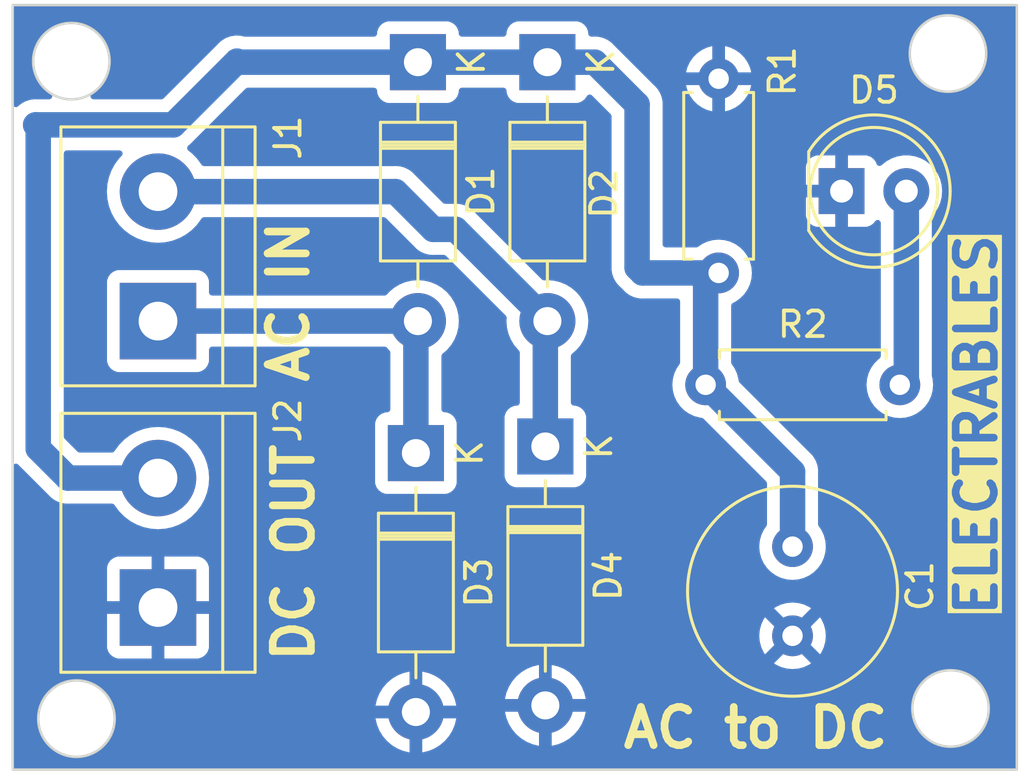
<source format=kicad_pcb>
(kicad_pcb (version 20221018) (generator pcbnew)
  (layers (0 "F.Cu" signal) (31 "B.Cu" signal) (34 "B.Paste" user) (35 "F.Paste" user) (36 "B.SilkS" user "B.Silkscreen") (37 "F.SilkS" user "F.Silkscreen") (38 "B.Mask" user) (39 "F.Mask" user) (44 "Edge.Cuts" user))
  (net 0 "")
  (net 1 "/+VE")
  (net 2 "GND")
  (net 3 "Net-(D1-A)")
  (net 4 "Net-(D2-A)")
  (net 5 "Net-(D5-A)")
  (footprint "Capacitor_THT:C_Radial_D8.0mm_H11.5mm_P3.50mm" (layer "F.Cu") (at 129 97.75 -90)
    (fp_text reference "C1" (at 1.55 -5 90) (layer "F.SilkS"))
    (fp_text value "1000uF")
    (fp_circle (center 1.75 0) (end 5.87 0) (stroke (width 0.12)) (fill none) (layer "F.SilkS"))
    (pad "1" thru_hole circle (at 0 0 270) (size 1.6 1.6) (drill 0.8) (layers "*.Cu" "*.Mask") (net 1 "/+VE"))
    (pad "2" thru_hole circle (at 3.5 0 270) (size 1.6 1.6) (drill 0.8) (layers "*.Cu" "*.Mask") (net 2 "GND"))
  )
  (footprint "Diode_THT:D_DO-41_SOD81_P10.16mm_Horizontal" (layer "F.Cu") (at 114.22 94.08 -90)
    (fp_text reference "D3" (at 5.08 -2.47 90) (layer "F.SilkS"))
    (fp_text value "1N4007")
    (fp_text user "K" (at 0 -2.1 90) (layer "F.SilkS"))
    (fp_line (start 1.34 0) (end 2.36 0) (stroke (width 0.12)) (layer "F.SilkS"))
    (fp_line (start 2.36 -1.47) (end 2.36 1.47) (stroke (width 0.12)) (layer "F.SilkS"))
    (fp_line (start 2.36 1.47) (end 7.8 1.47) (stroke (width 0.12)) (layer "F.SilkS"))
    (fp_line (start 3.14 -1.47) (end 3.14 1.47) (stroke (width 0.12)) (layer "F.SilkS"))
    (fp_line (start 3.26 -1.47) (end 3.26 1.47) (stroke (width 0.12)) (layer "F.SilkS"))
    (fp_line (start 3.38 -1.47) (end 3.38 1.47) (stroke (width 0.12)) (layer "F.SilkS"))
    (fp_line (start 7.8 -1.47) (end 2.36 -1.47) (stroke (width 0.12)) (layer "F.SilkS"))
    (fp_line (start 7.8 1.47) (end 7.8 -1.47) (stroke (width 0.12)) (layer "F.SilkS"))
    (fp_line (start 8.82 0) (end 7.8 0) (stroke (width 0.12)) (layer "F.SilkS"))
    (pad "1" thru_hole rect (at 0 0 270) (size 2.2 2.2) (drill 1.1) (layers "*.Cu" "*.Mask") (net 3 "Net-(D1-A)"))
    (pad "2" thru_hole oval (at 10.16 0 270) (size 2.2 2.2) (drill 1.1) (layers "*.Cu" "*.Mask") (net 2 "GND"))
  )
  (footprint "Resistor_THT:R_Axial_DIN0207_L6.3mm_D2.5mm_P7.62mm_Horizontal" (layer "F.Cu") (at 125.59 91.4)
    (fp_text reference "R2" (at 3.81 -2.37) (layer "F.SilkS"))
    (fp_text value "2.2k")
    (fp_line (start 0.54 -1.37) (end 7.08 -1.37) (stroke (width 0.12)) (layer "F.SilkS"))
    (fp_line (start 0.54 -1.04) (end 0.54 -1.37) (stroke (width 0.12)) (layer "F.SilkS"))
    (fp_line (start 0.54 1.04) (end 0.54 1.37) (stroke (width 0.12)) (layer "F.SilkS"))
    (fp_line (start 0.54 1.37) (end 7.08 1.37) (stroke (width 0.12)) (layer "F.SilkS"))
    (fp_line (start 7.08 -1.37) (end 7.08 -1.04) (stroke (width 0.12)) (layer "F.SilkS"))
    (fp_line (start 7.08 1.37) (end 7.08 1.04) (stroke (width 0.12)) (layer "F.SilkS"))
    (pad "1" thru_hole circle (at 0 0) (size 1.6 1.6) (drill 0.8) (layers "*.Cu" "*.Mask") (net 1 "/+VE"))
    (pad "2" thru_hole oval (at 7.62 0) (size 1.6 1.6) (drill 0.8) (layers "*.Cu" "*.Mask") (net 5 "Net-(D5-A)"))
  )
  (footprint "Diode_THT:D_DO-41_SOD81_P10.16mm_Horizontal" (layer "F.Cu") (at 119.3 93.82 -90)
    (fp_text reference "D4" (at 5.08 -2.47 90) (layer "F.SilkS"))
    (fp_text value "1N4007")
    (fp_text user "K" (at 0 -2.1 90) (layer "F.SilkS"))
    (fp_line (start 1.34 0) (end 2.36 0) (stroke (width 0.12)) (layer "F.SilkS"))
    (fp_line (start 2.36 -1.47) (end 2.36 1.47) (stroke (width 0.12)) (layer "F.SilkS"))
    (fp_line (start 2.36 1.47) (end 7.8 1.47) (stroke (width 0.12)) (layer "F.SilkS"))
    (fp_line (start 3.14 -1.47) (end 3.14 1.47) (stroke (width 0.12)) (layer "F.SilkS"))
    (fp_line (start 3.26 -1.47) (end 3.26 1.47) (stroke (width 0.12)) (layer "F.SilkS"))
    (fp_line (start 3.38 -1.47) (end 3.38 1.47) (stroke (width 0.12)) (layer "F.SilkS"))
    (fp_line (start 7.8 -1.47) (end 2.36 -1.47) (stroke (width 0.12)) (layer "F.SilkS"))
    (fp_line (start 7.8 1.47) (end 7.8 -1.47) (stroke (width 0.12)) (layer "F.SilkS"))
    (fp_line (start 8.82 0) (end 7.8 0) (stroke (width 0.12)) (layer "F.SilkS"))
    (pad "1" thru_hole rect (at 0 0 270) (size 2.2 2.2) (drill 1.1) (layers "*.Cu" "*.Mask") (net 4 "Net-(D2-A)"))
    (pad "2" thru_hole oval (at 10.16 0 270) (size 2.2 2.2) (drill 1.1) (layers "*.Cu" "*.Mask") (net 2 "GND"))
  )
  (footprint "LED_THT:LED_D5.0mm_Clear" (layer "F.Cu") (at 130.925 83.8)
    (fp_text reference "D5" (at 1.27 -3.96) (layer "F.SilkS"))
    (fp_text value "LED")
    (fp_line (start -1.29 -1.545) (end -1.29 1.545) (stroke (width 0.12)) (layer "F.SilkS"))
    (fp_arc (start -1.29 -1.54483) (mid 2.072002 -2.880433) (end 4.26 0.000462) (stroke (width 0.12)) (layer "F.SilkS"))
    (fp_arc (start 4.26 -0.000462) (mid 2.072002 2.880433) (end -1.29 1.54483) (stroke (width 0.12)) (layer "F.SilkS"))
    (fp_circle (center 1.27 0) (end 3.77 0) (stroke (width 0.12)) (fill none) (layer "F.SilkS"))
    (pad "1" thru_hole rect (at 0 0) (size 1.8 1.8) (drill 0.9) (layers "*.Cu" "*.Mask") (net 2 "GND"))
    (pad "2" thru_hole circle (at 2.54 0) (size 1.8 1.8) (drill 0.9) (layers "*.Cu" "*.Mask") (net 5 "Net-(D5-A)"))
  )
  (footprint "TerminalBlock:TerminalBlock_bornier-2_P5.08mm" (layer "F.Cu") (at 104.1 88.9 90)
    (fp_text reference "J1" (at 7.2 5.1 90) (layer "F.SilkS"))
    (fp_text value "Screw_Terminal_01x02")
    (fp_line (start -2.54 -3.81) (end -2.54 3.81) (stroke (width 0.12)) (layer "F.SilkS"))
    (fp_line (start -2.54 3.81) (end 7.62 3.81) (stroke (width 0.12)) (layer "F.SilkS"))
    (fp_line (start 7.62 -3.81) (end -2.54 -3.81) (stroke (width 0.12)) (layer "F.SilkS"))
    (fp_line (start 7.62 2.54) (end -2.54 2.54) (stroke (width 0.12)) (layer "F.SilkS"))
    (fp_line (start 7.62 3.81) (end 7.62 -3.81) (stroke (width 0.12)) (layer "F.SilkS"))
    (pad "1" thru_hole rect (at 0 0 90) (size 3 3) (drill 1.52) (layers "*.Cu" "*.Mask") (net 3 "Net-(D1-A)"))
    (pad "2" thru_hole circle (at 5.08 0 90) (size 3 3) (drill 1.52) (layers "*.Cu" "*.Mask") (net 4 "Net-(D2-A)"))
  )
  (footprint "Resistor_THT:R_Axial_DIN0207_L6.3mm_D2.5mm_P7.62mm_Horizontal" (layer "F.Cu") (at 126.1 87.01 90)
    (fp_text reference "R1" (at 7.91 2.5 90) (layer "F.SilkS"))
    (fp_text value "10k")
    (fp_line (start 0.54 -1.37) (end 7.08 -1.37) (stroke (width 0.12)) (layer "F.SilkS"))
    (fp_line (start 0.54 -1.04) (end 0.54 -1.37) (stroke (width 0.12)) (layer "F.SilkS"))
    (fp_line (start 0.54 1.04) (end 0.54 1.37) (stroke (width 0.12)) (layer "F.SilkS"))
    (fp_line (start 0.54 1.37) (end 7.08 1.37) (stroke (width 0.12)) (layer "F.SilkS"))
    (fp_line (start 7.08 -1.37) (end 7.08 -1.04) (stroke (width 0.12)) (layer "F.SilkS"))
    (fp_line (start 7.08 1.37) (end 7.08 1.04) (stroke (width 0.12)) (layer "F.SilkS"))
    (pad "1" thru_hole circle (at 0 0 90) (size 1.6 1.6) (drill 0.8) (layers "*.Cu" "*.Mask") (net 1 "/+VE"))
    (pad "2" thru_hole oval (at 7.62 0 90) (size 1.6 1.6) (drill 0.8) (layers "*.Cu" "*.Mask") (net 2 "GND"))
  )
  (footprint "Diode_THT:D_DO-41_SOD81_P10.16mm_Horizontal" (layer "F.Cu") (at 119.38 78.74 -90)
    (fp_text reference "D2" (at 5.16 -2.22 90) (layer "F.SilkS"))
    (fp_text value "1N4007")
    (fp_text user "K" (at 0 -2.1 90) (layer "F.SilkS"))
    (fp_line (start 1.34 0) (end 2.36 0) (stroke (width 0.12)) (layer "F.SilkS"))
    (fp_line (start 2.36 -1.47) (end 2.36 1.47) (stroke (width 0.12)) (layer "F.SilkS"))
    (fp_line (start 2.36 1.47) (end 7.8 1.47) (stroke (width 0.12)) (layer "F.SilkS"))
    (fp_line (start 3.14 -1.47) (end 3.14 1.47) (stroke (width 0.12)) (layer "F.SilkS"))
    (fp_line (start 3.26 -1.47) (end 3.26 1.47) (stroke (width 0.12)) (layer "F.SilkS"))
    (fp_line (start 3.38 -1.47) (end 3.38 1.47) (stroke (width 0.12)) (layer "F.SilkS"))
    (fp_line (start 7.8 -1.47) (end 2.36 -1.47) (stroke (width 0.12)) (layer "F.SilkS"))
    (fp_line (start 7.8 1.47) (end 7.8 -1.47) (stroke (width 0.12)) (layer "F.SilkS"))
    (fp_line (start 8.82 0) (end 7.8 0) (stroke (width 0.12)) (layer "F.SilkS"))
    (pad "1" thru_hole rect (at 0 0 270) (size 2.2 2.2) (drill 1.1) (layers "*.Cu" "*.Mask") (net 1 "/+VE"))
    (pad "2" thru_hole oval (at 10.16 0 270) (size 2.2 2.2) (drill 1.1) (layers "*.Cu" "*.Mask") (net 4 "Net-(D2-A)"))
  )
  (footprint "Diode_THT:D_DO-41_SOD81_P10.16mm_Horizontal" (layer "F.Cu") (at 114.3 78.74 -90)
    (fp_text reference "D1" (at 5.08 -2.47 90) (layer "F.SilkS"))
    (fp_text value "1N4007")
    (fp_text user "K" (at 0 -2.1 90) (layer "F.SilkS"))
    (fp_line (start 1.34 0) (end 2.36 0) (stroke (width 0.12)) (layer "F.SilkS"))
    (fp_line (start 2.36 -1.47) (end 2.36 1.47) (stroke (width 0.12)) (layer "F.SilkS"))
    (fp_line (start 2.36 1.47) (end 7.8 1.47) (stroke (width 0.12)) (layer "F.SilkS"))
    (fp_line (start 3.14 -1.47) (end 3.14 1.47) (stroke (width 0.12)) (layer "F.SilkS"))
    (fp_line (start 3.26 -1.47) (end 3.26 1.47) (stroke (width 0.12)) (layer "F.SilkS"))
    (fp_line (start 3.38 -1.47) (end 3.38 1.47) (stroke (width 0.12)) (layer "F.SilkS"))
    (fp_line (start 7.8 -1.47) (end 2.36 -1.47) (stroke (width 0.12)) (layer "F.SilkS"))
    (fp_line (start 7.8 1.47) (end 7.8 -1.47) (stroke (width 0.12)) (layer "F.SilkS"))
    (fp_line (start 8.82 0) (end 7.8 0) (stroke (width 0.12)) (layer "F.SilkS"))
    (pad "1" thru_hole rect (at 0 0 270) (size 2.2 2.2) (drill 1.1) (layers "*.Cu" "*.Mask") (net 1 "/+VE"))
    (pad "2" thru_hole oval (at 10.16 0 270) (size 2.2 2.2) (drill 1.1) (layers "*.Cu" "*.Mask") (net 3 "Net-(D1-A)"))
  )
  (footprint "TerminalBlock:TerminalBlock_bornier-2_P5.08mm" (layer "F.Cu") (at 104.1 100.14 90)
    (fp_text reference "J2" (at 7.34 5.1 90) (layer "F.SilkS"))
    (fp_text value "Screw_Terminal_01x02")
    (fp_line (start -2.54 -3.81) (end -2.54 3.81) (stroke (width 0.12)) (layer "F.SilkS"))
    (fp_line (start -2.54 3.81) (end 7.62 3.81) (stroke (width 0.12)) (layer "F.SilkS"))
    (fp_line (start 7.62 -3.81) (end -2.54 -3.81) (stroke (width 0.12)) (layer "F.SilkS"))
    (fp_line (start 7.62 2.54) (end -2.54 2.54) (stroke (width 0.12)) (layer "F.SilkS"))
    (fp_line (start 7.62 3.81) (end 7.62 -3.81) (stroke (width 0.12)) (layer "F.SilkS"))
    (pad "1" thru_hole rect (at 0 0 90) (size 3 3) (drill 1.52) (layers "*.Cu" "*.Mask") (net 2 "GND"))
    (pad "2" thru_hole circle (at 5.08 0 90) (size 3 3) (drill 1.52) (layers "*.Cu" "*.Mask") (net 1 "/+VE"))
  )
  (gr_rect (start 98.4 76.5) (end 137.8 106.5) (stroke (width 0.1)) (fill none) (layer "Edge.Cuts"))
  (gr_circle (center 100.7 78.7) (end 99.8 79.9) (stroke (width 0.1)) (fill none) (layer "Edge.Cuts"))
  (gr_circle (center 100.9 104.5) (end 100 105.7) (stroke (width 0.1)) (fill none) (layer "Edge.Cuts"))
  (gr_circle (center 135.1 78.4) (end 134.2 79.6) (stroke (width 0.1)) (fill none) (layer "Edge.Cuts"))
  (gr_circle (center 135.2 104.1) (end 134.3 105.3) (stroke (width 0.1)) (fill none) (layer "Edge.Cuts"))
  (gr_text "AC IN\n" (at 110.1 91.44 90) (layer "F.SilkS") (effects (font (size 1.5 1.5) (thickness 0.3) bold) (justify left bottom)))
  (gr_text "AC to DC" (at 122.21 105.74) (layer "F.SilkS") (effects (font (size 1.5 1.5) (thickness 0.3) bold) (justify left bottom)))
  (gr_text "ELECTRABLES" (at 137.1 100.6 90) (layer "F.SilkS" knockout) (effects (font (size 1.5 1.5) (thickness 0.3) bold) (justify left bottom)))
  (gr_text "DC OUT" (at 110.3 102.4 90) (layer "F.SilkS") (effects (font (size 1.5 1.5) (thickness 0.3) bold) (justify left bottom)))
  (segment (start 99.3 81.2) (end 104.7 81.2) (width 1) (layer "B.Cu") (net 1))
  (segment (start 125.59 87.52) (end 126.1 87.01) (width 1) (layer "B.Cu") (net 1))
  (segment (start 99.4 81.3) (end 99.3 81.2) (width 1) (layer "B.Cu") (net 1))
  (segment (start 122.9 86.8) (end 123.11 87.01) (width 1) (layer "B.Cu") (net 1))
  (segment (start 107.2 78.7) (end 107.24 78.74) (width 1) (layer "B.Cu") (net 1))
  (segment (start 99.4 93.9) (end 99.4 81.3) (width 1) (layer "B.Cu") (net 1))
  (segment (start 104.1 95.06) (end 100.56 95.06) (width 1) (layer "B.Cu") (net 1))
  (segment (start 100.56 95.06) (end 99.4 93.9) (width 1) (layer "B.Cu") (net 1))
  (segment (start 104.7 81.2) (end 107.2 78.7) (width 1) (layer "B.Cu") (net 1))
  (segment (start 125.59 91.4) (end 125.59 87.52) (width 1) (layer "B.Cu") (net 1))
  (segment (start 121.24 78.74) (end 122.9 80.4) (width 1) (layer "B.Cu") (net 1))
  (segment (start 119.38 78.74) (end 121.24 78.74) (width 1) (layer "B.Cu") (net 1))
  (segment (start 122.9 80.4) (end 122.9 86.8) (width 1) (layer "B.Cu") (net 1))
  (segment (start 123.11 87.01) (end 126.1 87.01) (width 1) (layer "B.Cu") (net 1))
  (segment (start 107.24 78.74) (end 114.3 78.74) (width 1) (layer "B.Cu") (net 1))
  (segment (start 114.3 78.74) (end 119.38 78.74) (width 1) (layer "B.Cu") (net 1))
  (segment (start 129 97.75) (end 129 94.81) (width 1) (layer "B.Cu") (net 1))
  (segment (start 129 94.81) (end 125.59 91.4) (width 1) (layer "B.Cu") (net 1))
  (segment (start 114.22 88.98) (end 114.3 88.9) (width 1) (layer "B.Cu") (net 3))
  (segment (start 104.1 88.9) (end 114.3 88.9) (width 1) (layer "B.Cu") (net 3))
  (segment (start 114.22 94.08) (end 114.22 88.98) (width 1) (layer "B.Cu") (net 3))
  (segment (start 115.78 85.3) (end 119.38 88.9) (width 1) (layer "B.Cu") (net 4))
  (segment (start 114.9 85.3) (end 115.78 85.3) (width 1) (layer "B.Cu") (net 4))
  (segment (start 104.1 83.82) (end 113.42 83.82) (width 1) (layer "B.Cu") (net 4))
  (segment (start 119.3 93.82) (end 119.3 88.98) (width 1) (layer "B.Cu") (net 4))
  (segment (start 119.3 88.98) (end 119.38 88.9) (width 1) (layer "B.Cu") (net 4))
  (segment (start 113.42 83.82) (end 114.9 85.3) (width 1) (layer "B.Cu") (net 4))
  (segment (start 133.465 91.145) (end 133.21 91.4) (width 1) (layer "B.Cu") (net 5))
  (segment (start 133.465 83.8) (end 133.465 91.145) (width 1) (layer "B.Cu") (net 5))
  (zone (net 2) (net_name "GND") (layer "B.Cu") (connect_pads (clearance 0.5)) (min_thickness 0.25) (fill yes (thermal_gap 0.5) (thermal_bridge_width 0.5))
    (polygon (pts (xy 98.1 76.3) (xy 138.1 76.3) (xy 138.1 106.7) (xy 97.9 106.7)))
  )
)
</source>
